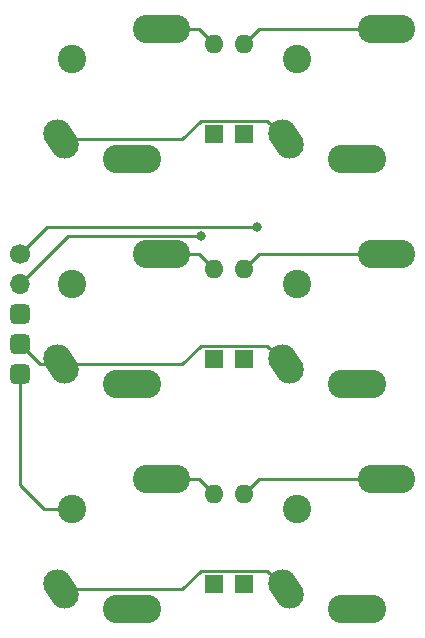
<source format=gtl>
G04 #@! TF.GenerationSoftware,KiCad,Pcbnew,7.0.5*
G04 #@! TF.CreationDate,2023-08-10T21:36:44+08:00*
G04 #@! TF.ProjectId,RB,52422e6b-6963-4616-945f-706362585858,rev?*
G04 #@! TF.SameCoordinates,Original*
G04 #@! TF.FileFunction,Copper,L1,Top*
G04 #@! TF.FilePolarity,Positive*
%FSLAX46Y46*%
G04 Gerber Fmt 4.6, Leading zero omitted, Abs format (unit mm)*
G04 Created by KiCad (PCBNEW 7.0.5) date 2023-08-10 21:36:44*
%MOMM*%
%LPD*%
G01*
G04 APERTURE LIST*
G04 Aperture macros list*
%AMRoundRect*
0 Rectangle with rounded corners*
0 $1 Rounding radius*
0 $2 $3 $4 $5 $6 $7 $8 $9 X,Y pos of 4 corners*
0 Add a 4 corners polygon primitive as box body*
4,1,4,$2,$3,$4,$5,$6,$7,$8,$9,$2,$3,0*
0 Add four circle primitives for the rounded corners*
1,1,$1+$1,$2,$3*
1,1,$1+$1,$4,$5*
1,1,$1+$1,$6,$7*
1,1,$1+$1,$8,$9*
0 Add four rect primitives between the rounded corners*
20,1,$1+$1,$2,$3,$4,$5,0*
20,1,$1+$1,$4,$5,$6,$7,0*
20,1,$1+$1,$6,$7,$8,$9,0*
20,1,$1+$1,$8,$9,$2,$3,0*%
%AMHorizOval*
0 Thick line with rounded ends*
0 $1 width*
0 $2 $3 position (X,Y) of the first rounded end (center of the circle)*
0 $4 $5 position (X,Y) of the second rounded end (center of the circle)*
0 Add line between two ends*
20,1,$1,$2,$3,$4,$5,0*
0 Add two circle primitives to create the rounded ends*
1,1,$1,$2,$3*
1,1,$1,$4,$5*%
%AMOutline4P*
0 Free polygon, 4 corners , with rotation*
0 The origin of the aperture is its center*
0 number of corners: always 4*
0 $1 to $8 corner X, Y*
0 $9 Rotation angle, in degrees counterclockwise*
0 create outline with 4 corners*
4,1,4,$1,$2,$3,$4,$5,$6,$7,$8,$1,$2,$9*%
G04 Aperture macros list end*
G04 #@! TA.AperFunction,ComponentPad*
%ADD10HorizOval,2.400000X-0.305164X0.457575X0.305164X-0.457575X0*%
G04 #@! TD*
G04 #@! TA.AperFunction,ComponentPad*
%ADD11C,2.400000*%
G04 #@! TD*
G04 #@! TA.AperFunction,SMDPad,CuDef*
%ADD12Outline4P,-1.300000X-1.200000X1.300000X-1.200000X1.300000X1.200000X-1.300000X1.200000X0.000000*%
G04 #@! TD*
G04 #@! TA.AperFunction,SMDPad,CuDef*
%ADD13Outline4P,-1.200000X-1.200000X1.200000X-1.200000X1.200000X1.200000X-1.200000X1.200000X0.000000*%
G04 #@! TD*
G04 #@! TA.AperFunction,ComponentPad*
%ADD14C,1.700000*%
G04 #@! TD*
G04 #@! TA.AperFunction,ComponentPad*
%ADD15O,1.700000X1.700000*%
G04 #@! TD*
G04 #@! TA.AperFunction,ComponentPad*
%ADD16RoundRect,0.425000X-0.425000X-0.425000X0.425000X-0.425000X0.425000X0.425000X-0.425000X0.425000X0*%
G04 #@! TD*
G04 #@! TA.AperFunction,ComponentPad*
%ADD17R,1.600000X1.600000*%
G04 #@! TD*
G04 #@! TA.AperFunction,ComponentPad*
%ADD18O,1.600000X1.600000*%
G04 #@! TD*
G04 #@! TA.AperFunction,ViaPad*
%ADD19C,0.800000*%
G04 #@! TD*
G04 #@! TA.AperFunction,Conductor*
%ADD20C,0.250000*%
G04 #@! TD*
G04 APERTURE END LIST*
D10*
X137410000Y-58680000D03*
D11*
X138300000Y-51890000D03*
X142110000Y-60330000D03*
D12*
X143410000Y-60330000D03*
D11*
X144650000Y-49330000D03*
X144710000Y-60330000D03*
D13*
X145880000Y-49330000D03*
D11*
X147110000Y-49330000D03*
D10*
X118360000Y-58680000D03*
D11*
X119250000Y-51890000D03*
X123060000Y-60330000D03*
D12*
X124360000Y-60330000D03*
D11*
X125600000Y-49330000D03*
X125660000Y-60330000D03*
D13*
X126830000Y-49330000D03*
D11*
X128060000Y-49330000D03*
D10*
X118360000Y-96780000D03*
D11*
X119250000Y-89990000D03*
X123060000Y-98430000D03*
D12*
X124360000Y-98430000D03*
D11*
X125600000Y-87430000D03*
X125660000Y-98430000D03*
D13*
X126830000Y-87430000D03*
D11*
X128060000Y-87430000D03*
D10*
X137410000Y-77730000D03*
D11*
X138300000Y-70940000D03*
X142110000Y-79380000D03*
D12*
X143410000Y-79380000D03*
D11*
X144650000Y-68380000D03*
X144710000Y-79380000D03*
D13*
X145880000Y-68380000D03*
D11*
X147110000Y-68380000D03*
D10*
X137410000Y-96780000D03*
D11*
X138300000Y-89990000D03*
X142110000Y-98430000D03*
D12*
X143410000Y-98430000D03*
D11*
X144650000Y-87430000D03*
X144710000Y-98430000D03*
D13*
X145880000Y-87430000D03*
D11*
X147110000Y-87430000D03*
D10*
X118360000Y-77730000D03*
D11*
X119250000Y-70940000D03*
X123060000Y-79380000D03*
D12*
X124360000Y-79380000D03*
D11*
X125600000Y-68380000D03*
X125660000Y-79380000D03*
D13*
X126830000Y-68380000D03*
D11*
X128060000Y-68380000D03*
D14*
X114900000Y-68400000D03*
D15*
X114900000Y-70940000D03*
D16*
X114900000Y-73480000D03*
X114900000Y-76020000D03*
X114900000Y-78560000D03*
D17*
X131315000Y-77280000D03*
D18*
X131315000Y-69680000D03*
D17*
X133855000Y-96330000D03*
D18*
X133855000Y-88730000D03*
D17*
X131315000Y-96330000D03*
D18*
X131315000Y-88730000D03*
D17*
X131315000Y-58230000D03*
D18*
X131315000Y-50630000D03*
D17*
X133855000Y-77280000D03*
D18*
X133855000Y-69680000D03*
D17*
X133855000Y-58230000D03*
D18*
X133855000Y-50630000D03*
D19*
X130190000Y-66860000D03*
X134980000Y-66140000D03*
D20*
X128060000Y-49330000D02*
X130015000Y-49330000D01*
X130015000Y-49330000D02*
X131315000Y-50630000D01*
X135155000Y-49330000D02*
X133855000Y-50630000D01*
X144650000Y-49330000D02*
X135155000Y-49330000D01*
X130015000Y-68380000D02*
X131315000Y-69680000D01*
X128060000Y-68380000D02*
X130015000Y-68380000D01*
X135155000Y-68380000D02*
X144650000Y-68380000D01*
X133855000Y-69680000D02*
X135155000Y-68380000D01*
X128060000Y-87430000D02*
X130015000Y-87430000D01*
X130015000Y-87430000D02*
X131315000Y-88730000D01*
X133855000Y-88730000D02*
X135155000Y-87430000D01*
X135155000Y-87430000D02*
X144650000Y-87430000D01*
X130190000Y-57105000D02*
X135835000Y-57105000D01*
X128615000Y-58680000D02*
X130190000Y-57105000D01*
X135835000Y-57105000D02*
X137410000Y-58680000D01*
X118360000Y-58680000D02*
X128615000Y-58680000D01*
X114900000Y-76020000D02*
X116610000Y-77730000D01*
X128615000Y-77730000D02*
X130190000Y-76155000D01*
X135835000Y-76155000D02*
X137410000Y-77730000D01*
X118360000Y-77730000D02*
X128615000Y-77730000D01*
X116610000Y-77730000D02*
X118360000Y-77730000D01*
X130190000Y-76155000D02*
X135835000Y-76155000D01*
X128615000Y-96780000D02*
X130190000Y-95205000D01*
X130190000Y-95205000D02*
X135835000Y-95205000D01*
X114900000Y-78560000D02*
X114900000Y-87930000D01*
X135835000Y-95205000D02*
X137410000Y-96780000D01*
X118360000Y-96780000D02*
X128615000Y-96780000D01*
X114900000Y-87930000D02*
X116960000Y-89990000D01*
X116960000Y-89990000D02*
X119250000Y-89990000D01*
X114900000Y-70940000D02*
X118985000Y-66855000D01*
X130185000Y-66855000D02*
X130190000Y-66860000D01*
X118985000Y-66855000D02*
X130185000Y-66855000D01*
X117165000Y-66135000D02*
X134975000Y-66135000D01*
X134975000Y-66135000D02*
X134980000Y-66140000D01*
X114900000Y-68400000D02*
X117165000Y-66135000D01*
M02*

</source>
